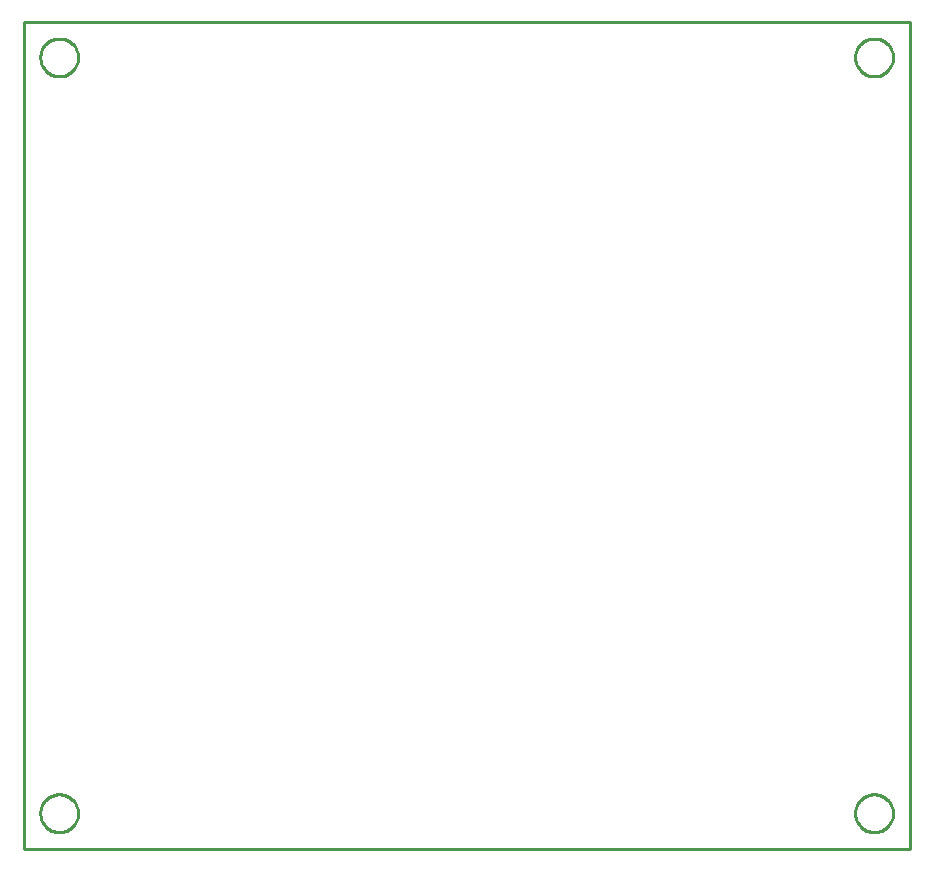
<source format=gbr>
G04 EAGLE Gerber RS-274X export*
G75*
%MOMM*%
%FSLAX34Y34*%
%LPD*%
%IN*%
%IPPOS*%
%AMOC8*
5,1,8,0,0,1.08239X$1,22.5*%
G01*
%ADD10C,0.254000*%


D10*
X0Y0D02*
X750000Y0D01*
X750000Y700000D01*
X0Y700000D01*
X0Y0D01*
X46000Y669476D02*
X45932Y668431D01*
X45795Y667392D01*
X45590Y666365D01*
X45319Y665353D01*
X44983Y664361D01*
X44582Y663393D01*
X44118Y662454D01*
X43595Y661546D01*
X43013Y660675D01*
X42375Y659844D01*
X41684Y659057D01*
X40943Y658316D01*
X40156Y657625D01*
X39325Y656988D01*
X38454Y656406D01*
X37546Y655882D01*
X36607Y655418D01*
X35639Y655017D01*
X34647Y654681D01*
X33635Y654410D01*
X32608Y654205D01*
X31569Y654069D01*
X30524Y654000D01*
X29476Y654000D01*
X28431Y654069D01*
X27392Y654205D01*
X26365Y654410D01*
X25353Y654681D01*
X24361Y655017D01*
X23393Y655418D01*
X22454Y655882D01*
X21546Y656406D01*
X20675Y656988D01*
X19844Y657625D01*
X19057Y658316D01*
X18316Y659057D01*
X17625Y659844D01*
X16988Y660675D01*
X16406Y661546D01*
X15882Y662454D01*
X15418Y663393D01*
X15017Y664361D01*
X14681Y665353D01*
X14410Y666365D01*
X14205Y667392D01*
X14069Y668431D01*
X14000Y669476D01*
X14000Y670524D01*
X14069Y671569D01*
X14205Y672608D01*
X14410Y673635D01*
X14681Y674647D01*
X15017Y675639D01*
X15418Y676607D01*
X15882Y677546D01*
X16406Y678454D01*
X16988Y679325D01*
X17625Y680156D01*
X18316Y680943D01*
X19057Y681684D01*
X19844Y682375D01*
X20675Y683013D01*
X21546Y683595D01*
X22454Y684118D01*
X23393Y684582D01*
X24361Y684983D01*
X25353Y685319D01*
X26365Y685590D01*
X27392Y685795D01*
X28431Y685932D01*
X29476Y686000D01*
X30524Y686000D01*
X31569Y685932D01*
X32608Y685795D01*
X33635Y685590D01*
X34647Y685319D01*
X35639Y684983D01*
X36607Y684582D01*
X37546Y684118D01*
X38454Y683595D01*
X39325Y683013D01*
X40156Y682375D01*
X40943Y681684D01*
X41684Y680943D01*
X42375Y680156D01*
X43013Y679325D01*
X43595Y678454D01*
X44118Y677546D01*
X44582Y676607D01*
X44983Y675639D01*
X45319Y674647D01*
X45590Y673635D01*
X45795Y672608D01*
X45932Y671569D01*
X46000Y670524D01*
X46000Y669476D01*
X736000Y669476D02*
X735932Y668431D01*
X735795Y667392D01*
X735590Y666365D01*
X735319Y665353D01*
X734983Y664361D01*
X734582Y663393D01*
X734118Y662454D01*
X733595Y661546D01*
X733013Y660675D01*
X732375Y659844D01*
X731684Y659057D01*
X730943Y658316D01*
X730156Y657625D01*
X729325Y656988D01*
X728454Y656406D01*
X727546Y655882D01*
X726607Y655418D01*
X725639Y655017D01*
X724647Y654681D01*
X723635Y654410D01*
X722608Y654205D01*
X721569Y654069D01*
X720524Y654000D01*
X719476Y654000D01*
X718431Y654069D01*
X717392Y654205D01*
X716365Y654410D01*
X715353Y654681D01*
X714361Y655017D01*
X713393Y655418D01*
X712454Y655882D01*
X711546Y656406D01*
X710675Y656988D01*
X709844Y657625D01*
X709057Y658316D01*
X708316Y659057D01*
X707625Y659844D01*
X706988Y660675D01*
X706406Y661546D01*
X705882Y662454D01*
X705418Y663393D01*
X705017Y664361D01*
X704681Y665353D01*
X704410Y666365D01*
X704205Y667392D01*
X704069Y668431D01*
X704000Y669476D01*
X704000Y670524D01*
X704069Y671569D01*
X704205Y672608D01*
X704410Y673635D01*
X704681Y674647D01*
X705017Y675639D01*
X705418Y676607D01*
X705882Y677546D01*
X706406Y678454D01*
X706988Y679325D01*
X707625Y680156D01*
X708316Y680943D01*
X709057Y681684D01*
X709844Y682375D01*
X710675Y683013D01*
X711546Y683595D01*
X712454Y684118D01*
X713393Y684582D01*
X714361Y684983D01*
X715353Y685319D01*
X716365Y685590D01*
X717392Y685795D01*
X718431Y685932D01*
X719476Y686000D01*
X720524Y686000D01*
X721569Y685932D01*
X722608Y685795D01*
X723635Y685590D01*
X724647Y685319D01*
X725639Y684983D01*
X726607Y684582D01*
X727546Y684118D01*
X728454Y683595D01*
X729325Y683013D01*
X730156Y682375D01*
X730943Y681684D01*
X731684Y680943D01*
X732375Y680156D01*
X733013Y679325D01*
X733595Y678454D01*
X734118Y677546D01*
X734582Y676607D01*
X734983Y675639D01*
X735319Y674647D01*
X735590Y673635D01*
X735795Y672608D01*
X735932Y671569D01*
X736000Y670524D01*
X736000Y669476D01*
X736000Y29476D02*
X735932Y28431D01*
X735795Y27392D01*
X735590Y26365D01*
X735319Y25353D01*
X734983Y24361D01*
X734582Y23393D01*
X734118Y22454D01*
X733595Y21546D01*
X733013Y20675D01*
X732375Y19844D01*
X731684Y19057D01*
X730943Y18316D01*
X730156Y17625D01*
X729325Y16988D01*
X728454Y16406D01*
X727546Y15882D01*
X726607Y15418D01*
X725639Y15017D01*
X724647Y14681D01*
X723635Y14410D01*
X722608Y14205D01*
X721569Y14069D01*
X720524Y14000D01*
X719476Y14000D01*
X718431Y14069D01*
X717392Y14205D01*
X716365Y14410D01*
X715353Y14681D01*
X714361Y15017D01*
X713393Y15418D01*
X712454Y15882D01*
X711546Y16406D01*
X710675Y16988D01*
X709844Y17625D01*
X709057Y18316D01*
X708316Y19057D01*
X707625Y19844D01*
X706988Y20675D01*
X706406Y21546D01*
X705882Y22454D01*
X705418Y23393D01*
X705017Y24361D01*
X704681Y25353D01*
X704410Y26365D01*
X704205Y27392D01*
X704069Y28431D01*
X704000Y29476D01*
X704000Y30524D01*
X704069Y31569D01*
X704205Y32608D01*
X704410Y33635D01*
X704681Y34647D01*
X705017Y35639D01*
X705418Y36607D01*
X705882Y37546D01*
X706406Y38454D01*
X706988Y39325D01*
X707625Y40156D01*
X708316Y40943D01*
X709057Y41684D01*
X709844Y42375D01*
X710675Y43013D01*
X711546Y43595D01*
X712454Y44118D01*
X713393Y44582D01*
X714361Y44983D01*
X715353Y45319D01*
X716365Y45590D01*
X717392Y45795D01*
X718431Y45932D01*
X719476Y46000D01*
X720524Y46000D01*
X721569Y45932D01*
X722608Y45795D01*
X723635Y45590D01*
X724647Y45319D01*
X725639Y44983D01*
X726607Y44582D01*
X727546Y44118D01*
X728454Y43595D01*
X729325Y43013D01*
X730156Y42375D01*
X730943Y41684D01*
X731684Y40943D01*
X732375Y40156D01*
X733013Y39325D01*
X733595Y38454D01*
X734118Y37546D01*
X734582Y36607D01*
X734983Y35639D01*
X735319Y34647D01*
X735590Y33635D01*
X735795Y32608D01*
X735932Y31569D01*
X736000Y30524D01*
X736000Y29476D01*
X46000Y29476D02*
X45932Y28431D01*
X45795Y27392D01*
X45590Y26365D01*
X45319Y25353D01*
X44983Y24361D01*
X44582Y23393D01*
X44118Y22454D01*
X43595Y21546D01*
X43013Y20675D01*
X42375Y19844D01*
X41684Y19057D01*
X40943Y18316D01*
X40156Y17625D01*
X39325Y16988D01*
X38454Y16406D01*
X37546Y15882D01*
X36607Y15418D01*
X35639Y15017D01*
X34647Y14681D01*
X33635Y14410D01*
X32608Y14205D01*
X31569Y14069D01*
X30524Y14000D01*
X29476Y14000D01*
X28431Y14069D01*
X27392Y14205D01*
X26365Y14410D01*
X25353Y14681D01*
X24361Y15017D01*
X23393Y15418D01*
X22454Y15882D01*
X21546Y16406D01*
X20675Y16988D01*
X19844Y17625D01*
X19057Y18316D01*
X18316Y19057D01*
X17625Y19844D01*
X16988Y20675D01*
X16406Y21546D01*
X15882Y22454D01*
X15418Y23393D01*
X15017Y24361D01*
X14681Y25353D01*
X14410Y26365D01*
X14205Y27392D01*
X14069Y28431D01*
X14000Y29476D01*
X14000Y30524D01*
X14069Y31569D01*
X14205Y32608D01*
X14410Y33635D01*
X14681Y34647D01*
X15017Y35639D01*
X15418Y36607D01*
X15882Y37546D01*
X16406Y38454D01*
X16988Y39325D01*
X17625Y40156D01*
X18316Y40943D01*
X19057Y41684D01*
X19844Y42375D01*
X20675Y43013D01*
X21546Y43595D01*
X22454Y44118D01*
X23393Y44582D01*
X24361Y44983D01*
X25353Y45319D01*
X26365Y45590D01*
X27392Y45795D01*
X28431Y45932D01*
X29476Y46000D01*
X30524Y46000D01*
X31569Y45932D01*
X32608Y45795D01*
X33635Y45590D01*
X34647Y45319D01*
X35639Y44983D01*
X36607Y44582D01*
X37546Y44118D01*
X38454Y43595D01*
X39325Y43013D01*
X40156Y42375D01*
X40943Y41684D01*
X41684Y40943D01*
X42375Y40156D01*
X43013Y39325D01*
X43595Y38454D01*
X44118Y37546D01*
X44582Y36607D01*
X44983Y35639D01*
X45319Y34647D01*
X45590Y33635D01*
X45795Y32608D01*
X45932Y31569D01*
X46000Y30524D01*
X46000Y29476D01*
M02*

</source>
